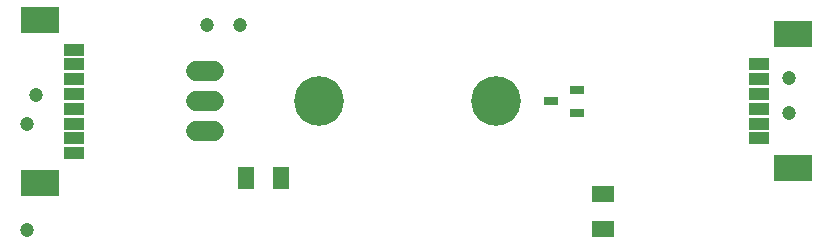
<source format=gbr>
G04 EAGLE Gerber X2 export*
%TF.Part,Single*%
%TF.FileFunction,Soldermask,Top,1*%
%TF.FilePolarity,Negative*%
%TF.GenerationSoftware,Autodesk,EAGLE,9.1.0*%
%TF.CreationDate,2020-06-24T00:00:21Z*%
G75*
%MOMM*%
%FSLAX34Y34*%
%LPD*%
%AMOC8*
5,1,8,0,0,1.08239X$1,22.5*%
G01*
%ADD10R,1.253200X0.803200*%
%ADD11R,1.803200X1.003200*%
%ADD12R,3.203200X2.303200*%
%ADD13C,1.727200*%
%ADD14R,1.883200X1.363200*%
%ADD15R,1.363200X1.883200*%
%ADD16C,1.203200*%
%ADD17C,4.203200*%


D10*
X556000Y135500D03*
X556000Y154500D03*
X534000Y145000D03*
D11*
X130040Y188750D03*
X130040Y176250D03*
X130040Y163750D03*
X130040Y151250D03*
X130040Y138750D03*
X130040Y126250D03*
X130040Y113750D03*
X130040Y101250D03*
D12*
X101040Y75750D03*
X101040Y214250D03*
D13*
X233380Y119600D02*
X248620Y119600D01*
X248620Y145000D02*
X233380Y145000D01*
X233380Y170400D02*
X248620Y170400D01*
D14*
X578000Y66750D03*
X578000Y37250D03*
D15*
X304750Y80000D03*
X275250Y80000D03*
D11*
X710000Y113750D03*
X710000Y126250D03*
X710000Y138750D03*
X710000Y151250D03*
X710000Y163750D03*
X710000Y176250D03*
D12*
X739000Y88250D03*
X739000Y201750D03*
D16*
X242500Y210000D03*
D17*
X487500Y145000D03*
D16*
X90000Y126000D03*
X90000Y36000D03*
X735000Y165000D03*
X735000Y135000D03*
X97500Y150000D03*
D17*
X337500Y145000D03*
D16*
X270000Y210000D03*
M02*

</source>
